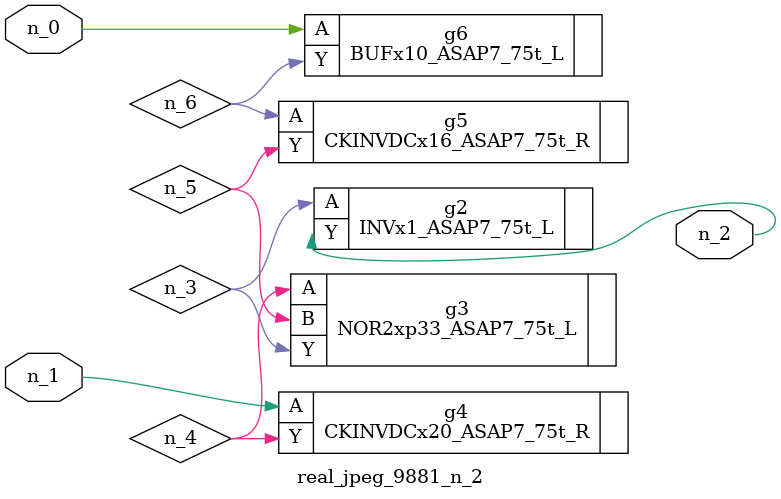
<source format=v>
module real_jpeg_9881_n_2 (n_1, n_0, n_2);

input n_1;
input n_0;

output n_2;

wire n_5;
wire n_4;
wire n_6;
wire n_3;

BUFx10_ASAP7_75t_L g6 ( 
.A(n_0),
.Y(n_6)
);

CKINVDCx20_ASAP7_75t_R g4 ( 
.A(n_1),
.Y(n_4)
);

INVx1_ASAP7_75t_L g2 ( 
.A(n_3),
.Y(n_2)
);

NOR2xp33_ASAP7_75t_L g3 ( 
.A(n_4),
.B(n_5),
.Y(n_3)
);

CKINVDCx16_ASAP7_75t_R g5 ( 
.A(n_6),
.Y(n_5)
);


endmodule
</source>
